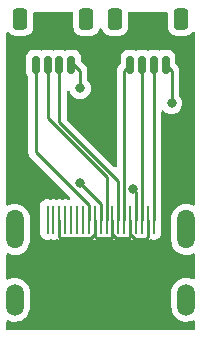
<source format=gbr>
%TF.GenerationSoftware,KiCad,Pcbnew,(6.0.5)*%
%TF.CreationDate,2022-06-07T12:47:47-06:00*%
%TF.ProjectId,15Pin_Fanout,31355069-6e5f-4466-916e-6f75742e6b69,rev?*%
%TF.SameCoordinates,Original*%
%TF.FileFunction,Copper,L1,Top*%
%TF.FilePolarity,Positive*%
%FSLAX46Y46*%
G04 Gerber Fmt 4.6, Leading zero omitted, Abs format (unit mm)*
G04 Created by KiCad (PCBNEW (6.0.5)) date 2022-06-07 12:47:47*
%MOMM*%
%LPD*%
G01*
G04 APERTURE LIST*
G04 Aperture macros list*
%AMRoundRect*
0 Rectangle with rounded corners*
0 $1 Rounding radius*
0 $2 $3 $4 $5 $6 $7 $8 $9 X,Y pos of 4 corners*
0 Add a 4 corners polygon primitive as box body*
4,1,4,$2,$3,$4,$5,$6,$7,$8,$9,$2,$3,0*
0 Add four circle primitives for the rounded corners*
1,1,$1+$1,$2,$3*
1,1,$1+$1,$4,$5*
1,1,$1+$1,$6,$7*
1,1,$1+$1,$8,$9*
0 Add four rect primitives between the rounded corners*
20,1,$1+$1,$2,$3,$4,$5,0*
20,1,$1+$1,$4,$5,$6,$7,0*
20,1,$1+$1,$6,$7,$8,$9,0*
20,1,$1+$1,$8,$9,$2,$3,0*%
G04 Aperture macros list end*
%TA.AperFunction,SMDPad,CuDef*%
%ADD10RoundRect,0.150000X0.150000X0.625000X-0.150000X0.625000X-0.150000X-0.625000X0.150000X-0.625000X0*%
%TD*%
%TA.AperFunction,SMDPad,CuDef*%
%ADD11RoundRect,0.250000X0.350000X0.650000X-0.350000X0.650000X-0.350000X-0.650000X0.350000X-0.650000X0*%
%TD*%
%TA.AperFunction,SMDPad,CuDef*%
%ADD12O,0.250000X2.400000*%
%TD*%
%TA.AperFunction,ComponentPad*%
%ADD13O,1.500000X2.700000*%
%TD*%
%TA.AperFunction,ComponentPad*%
%ADD14O,1.500000X3.300000*%
%TD*%
%TA.AperFunction,ViaPad*%
%ADD15C,0.800000*%
%TD*%
%TA.AperFunction,Conductor*%
%ADD16C,0.250000*%
%TD*%
G04 APERTURE END LIST*
D10*
%TO.P,J6,1,Pin_1*%
%TO.N,Net-(J1-Pad4)*%
X5500000Y16500000D03*
%TO.P,J6,2,Pin_2*%
%TO.N,Net-(J1-Pad1)*%
X4500000Y16500000D03*
%TO.P,J6,3,Pin_3*%
%TO.N,Net-(J1-Pad3)*%
X3500000Y16500000D03*
%TO.P,J6,4,Pin_4*%
%TO.N,Net-(J1-Pad6)*%
X2500000Y16500000D03*
D11*
%TO.P,J6,MP*%
%TO.N,N/C*%
X6800000Y20375000D03*
X1200000Y20375000D03*
%TD*%
D10*
%TO.P,J7,1,Pin_1*%
%TO.N,Net-(J1-Pad10)*%
X-2500000Y16500000D03*
%TO.P,J7,2,Pin_2*%
%TO.N,Net-(J1-Pad7)*%
X-3500000Y16500000D03*
%TO.P,J7,3,Pin_3*%
%TO.N,Net-(J1-Pad9)*%
X-4500000Y16500000D03*
%TO.P,J7,4,Pin_4*%
%TO.N,Net-(J1-Pad12)*%
X-5500000Y16500000D03*
D11*
%TO.P,J7,MP*%
%TO.N,N/C*%
X-1200000Y20375000D03*
X-6800000Y20375000D03*
%TD*%
D12*
%TO.P,J1,1,D2+*%
%TO.N,Net-(J1-Pad1)*%
X4501000Y3396000D03*
%TO.P,J1,2,D2S*%
%TO.N,GND*%
X4001000Y3396000D03*
%TO.P,J1,3,D2-*%
%TO.N,Net-(J1-Pad3)*%
X3501000Y3396000D03*
%TO.P,J1,4,D1+*%
%TO.N,Net-(J1-Pad4)*%
X3001000Y3396000D03*
%TO.P,J1,5,D1S*%
%TO.N,GND*%
X2500000Y3396000D03*
%TO.P,J1,6,D1-*%
%TO.N,Net-(J1-Pad6)*%
X2000000Y3396000D03*
%TO.P,J1,7,D0+*%
%TO.N,Net-(J1-Pad7)*%
X1500000Y3396000D03*
%TO.P,J1,8,D0S*%
%TO.N,GND*%
X1000000Y3396000D03*
%TO.P,J1,9,D0-*%
%TO.N,Net-(J1-Pad9)*%
X500000Y3396000D03*
%TO.P,J1,10,CK+*%
%TO.N,Net-(J1-Pad10)*%
X0Y3396000D03*
%TO.P,J1,11,CKS*%
%TO.N,GND*%
X-500000Y3396000D03*
%TO.P,J1,12,CK-*%
%TO.N,Net-(J1-Pad12)*%
X-1000000Y3396000D03*
%TO.P,J1,13,CEC*%
%TO.N,unconnected-(J1-Pad13)*%
X-1500000Y3396000D03*
%TO.P,J1,14,UTILITY*%
%TO.N,unconnected-(J1-Pad14)*%
X-2000000Y3396000D03*
%TO.P,J1,15,SCL*%
%TO.N,unconnected-(J1-Pad15)*%
X-2500000Y3396000D03*
%TO.P,J1,16,SDA*%
%TO.N,unconnected-(J1-Pad16)*%
X-3001000Y3396000D03*
%TO.P,J1,17,GND*%
%TO.N,GND*%
X-3501000Y3396000D03*
%TO.P,J1,18,+5V*%
%TO.N,unconnected-(J1-Pad18)*%
X-4001000Y3396000D03*
%TO.P,J1,19,HPD*%
%TO.N,unconnected-(J1-Pad19)*%
X-4501000Y3396000D03*
D13*
%TO.P,J1,20*%
%TO.N,N/C*%
X7250000Y-3396000D03*
%TO.P,J1,21*%
X-7250000Y-3396000D03*
D14*
%TO.P,J1,22*%
X7250000Y2564000D03*
%TO.P,J1,23*%
X-7250000Y2564000D03*
%TD*%
D15*
%TO.N,GND*%
X-2500000Y1000000D03*
%TO.N,Net-(J1-Pad4)*%
X2724500Y6000000D03*
X6000000Y13250000D03*
%TO.N,Net-(J1-Pad10)*%
X-1750000Y6500000D03*
X-1750000Y14500000D03*
%TD*%
D16*
%TO.N,GND*%
X-2628520Y1128520D02*
X-2500000Y1000000D01*
X-2628520Y1871480D02*
X-813803Y1871480D01*
X-2628520Y1871480D02*
X-2628520Y1128520D01*
X-3426480Y1871480D02*
X-2628520Y1871480D01*
%TO.N,Net-(J1-Pad1)*%
X4501000Y16499000D02*
X4500000Y16500000D01*
X4501000Y3396000D02*
X4501000Y16499000D01*
%TO.N,GND*%
X3805000Y1750000D02*
X2936283Y1750000D01*
X2936283Y1750000D02*
X2500000Y2186283D01*
X1000000Y1946000D02*
X925480Y1871480D01*
X2500000Y2186283D02*
X2500000Y3396000D01*
X-500000Y2185283D02*
X-500000Y3396000D01*
X-813803Y1871480D02*
X-500000Y2185283D01*
X1000000Y3396000D02*
X1000000Y1946000D01*
X-500000Y2000000D02*
X-500000Y3396000D01*
X2500000Y1946000D02*
X2425480Y1871480D01*
X2425480Y1871480D02*
X1313803Y1871480D01*
X4001000Y1946000D02*
X3805000Y1750000D01*
X-3501000Y1946000D02*
X-3426480Y1871480D01*
X1313803Y1871480D02*
X1000000Y2185283D01*
X925480Y1871480D02*
X-371480Y1871480D01*
X-3501000Y3396000D02*
X-3501000Y1946000D01*
X-371480Y1871480D02*
X-500000Y2000000D01*
X1000000Y2185283D02*
X1000000Y3396000D01*
X4001000Y3396000D02*
X4001000Y1946000D01*
X2500000Y3396000D02*
X2500000Y1946000D01*
%TO.N,Net-(J1-Pad3)*%
X3501000Y16499000D02*
X3501000Y3396000D01*
X3500000Y16500000D02*
X3501000Y16499000D01*
%TO.N,Net-(J1-Pad4)*%
X6000000Y16000000D02*
X5500000Y16500000D01*
X3001000Y3396000D02*
X3001000Y5723500D01*
X3001000Y5723500D02*
X2724500Y6000000D01*
X6000000Y13250000D02*
X6000000Y16000000D01*
%TO.N,Net-(J1-Pad6)*%
X2500000Y16500000D02*
X2000000Y16000000D01*
X2000000Y16000000D02*
X2000000Y3396000D01*
%TO.N,Net-(J1-Pad7)*%
X-3500000Y11635718D02*
X1500000Y6635718D01*
X-3500000Y16500000D02*
X-3500000Y11635718D01*
X1500000Y6635718D02*
X1500000Y3396000D01*
%TO.N,Net-(J1-Pad9)*%
X500000Y7000000D02*
X500000Y3396000D01*
X-4500000Y12000000D02*
X500000Y7000000D01*
X-4500000Y16500000D02*
X-4500000Y12000000D01*
%TO.N,Net-(J1-Pad10)*%
X0Y3396000D02*
X0Y4750000D01*
X0Y4750000D02*
X-1750000Y6500000D01*
X-1750000Y14500000D02*
X-1750000Y16000000D01*
X-2250000Y16500000D02*
X-2500000Y16500000D01*
X-1750000Y16000000D02*
X-2250000Y16500000D01*
%TO.N,Net-(J1-Pad12)*%
X-5500000Y16500000D02*
X-5500000Y9106717D01*
X-1000000Y4606717D02*
X-1000000Y3396000D01*
X-5500000Y9106717D02*
X-1000000Y4606717D01*
%TD*%
%TA.AperFunction,Conductor*%
%TO.N,GND*%
G36*
X-2366379Y20971498D02*
G01*
X-2319886Y20917842D01*
X-2308500Y20865500D01*
X-2308500Y19674600D01*
X-2308163Y19671354D01*
X-2308163Y19671350D01*
X-2299792Y19590678D01*
X-2297526Y19568834D01*
X-2241550Y19401054D01*
X-2148478Y19250652D01*
X-2023303Y19125695D01*
X-2017073Y19121855D01*
X-2017072Y19121854D01*
X-1879910Y19037306D01*
X-1872738Y19032885D01*
X-1792995Y19006436D01*
X-1711389Y18979368D01*
X-1711387Y18979368D01*
X-1704861Y18977203D01*
X-1698025Y18976503D01*
X-1698022Y18976502D01*
X-1654969Y18972091D01*
X-1600400Y18966500D01*
X-799600Y18966500D01*
X-796354Y18966837D01*
X-796350Y18966837D01*
X-700692Y18976762D01*
X-700688Y18976763D01*
X-693834Y18977474D01*
X-687298Y18979655D01*
X-687296Y18979655D01*
X-555194Y19023728D01*
X-526054Y19033450D01*
X-375652Y19126522D01*
X-250695Y19251697D01*
X-205492Y19325030D01*
X-161725Y19396032D01*
X-161724Y19396034D01*
X-157885Y19402262D01*
X-119624Y19517615D01*
X-79195Y19575974D01*
X-13631Y19603211D01*
X56251Y19590678D01*
X108263Y19542353D01*
X119491Y19517824D01*
X155729Y19409209D01*
X158450Y19401054D01*
X251522Y19250652D01*
X376697Y19125695D01*
X382927Y19121855D01*
X382928Y19121854D01*
X520090Y19037306D01*
X527262Y19032885D01*
X607005Y19006436D01*
X688611Y18979368D01*
X688613Y18979368D01*
X695139Y18977203D01*
X701975Y18976503D01*
X701978Y18976502D01*
X745031Y18972091D01*
X799600Y18966500D01*
X1600400Y18966500D01*
X1603646Y18966837D01*
X1603650Y18966837D01*
X1699308Y18976762D01*
X1699312Y18976763D01*
X1706166Y18977474D01*
X1712702Y18979655D01*
X1712704Y18979655D01*
X1844806Y19023728D01*
X1873946Y19033450D01*
X2024348Y19126522D01*
X2149305Y19251697D01*
X2194508Y19325030D01*
X2238275Y19396032D01*
X2238276Y19396034D01*
X2242115Y19402262D01*
X2297797Y19570139D01*
X2299902Y19590678D01*
X2308172Y19671402D01*
X2308500Y19674600D01*
X2308500Y20865500D01*
X2328502Y20933621D01*
X2382158Y20980114D01*
X2434500Y20991500D01*
X5565500Y20991500D01*
X5633621Y20971498D01*
X5680114Y20917842D01*
X5691500Y20865500D01*
X5691500Y19674600D01*
X5691837Y19671354D01*
X5691837Y19671350D01*
X5700208Y19590678D01*
X5702474Y19568834D01*
X5758450Y19401054D01*
X5851522Y19250652D01*
X5976697Y19125695D01*
X5982927Y19121855D01*
X5982928Y19121854D01*
X6120090Y19037306D01*
X6127262Y19032885D01*
X6207005Y19006436D01*
X6288611Y18979368D01*
X6288613Y18979368D01*
X6295139Y18977203D01*
X6301975Y18976503D01*
X6301978Y18976502D01*
X6345031Y18972091D01*
X6399600Y18966500D01*
X7200400Y18966500D01*
X7203646Y18966837D01*
X7203650Y18966837D01*
X7299308Y18976762D01*
X7299312Y18976763D01*
X7306166Y18977474D01*
X7312702Y18979655D01*
X7312704Y18979655D01*
X7444806Y19023728D01*
X7473946Y19033450D01*
X7624348Y19126522D01*
X7749305Y19251697D01*
X7758241Y19266193D01*
X7811013Y19313686D01*
X7881085Y19325108D01*
X7946208Y19296834D01*
X7985708Y19237840D01*
X7991500Y19200076D01*
X7991500Y4705927D01*
X7971498Y4637806D01*
X7917842Y4591313D01*
X7847568Y4581209D01*
X7814855Y4590554D01*
X7658180Y4659330D01*
X7658167Y4659335D01*
X7653033Y4661588D01*
X7647582Y4662897D01*
X7647578Y4662898D01*
X7440046Y4712722D01*
X7440045Y4712722D01*
X7434589Y4714032D01*
X7350525Y4718879D01*
X7215917Y4726640D01*
X7215914Y4726640D01*
X7210310Y4726963D01*
X6987285Y4699975D01*
X6772565Y4633918D01*
X6767585Y4631348D01*
X6767581Y4631346D01*
X6626850Y4558709D01*
X6572936Y4530882D01*
X6394708Y4394123D01*
X6243515Y4227964D01*
X6124136Y4037656D01*
X6040344Y3829217D01*
X5994787Y3609233D01*
X5991500Y3552225D01*
X5991500Y1607001D01*
X5991749Y1604214D01*
X5991749Y1604208D01*
X5998009Y1534071D01*
X6006383Y1440238D01*
X6065663Y1223549D01*
X6162378Y1020782D01*
X6293471Y838346D01*
X6454799Y682008D01*
X6641262Y556710D01*
X6846967Y466412D01*
X6852418Y465103D01*
X6852422Y465102D01*
X7025503Y423549D01*
X7065411Y413968D01*
X7149475Y409121D01*
X7284083Y401360D01*
X7284086Y401360D01*
X7289690Y401037D01*
X7512715Y428025D01*
X7727435Y494082D01*
X7732415Y496652D01*
X7732419Y496654D01*
X7807710Y535515D01*
X7877417Y548984D01*
X7943341Y522629D01*
X7984550Y464816D01*
X7991500Y423549D01*
X7991500Y-1554073D01*
X7971498Y-1622194D01*
X7917842Y-1668687D01*
X7847568Y-1678791D01*
X7814855Y-1669446D01*
X7658180Y-1600670D01*
X7658167Y-1600665D01*
X7653033Y-1598412D01*
X7647582Y-1597103D01*
X7647578Y-1597102D01*
X7440046Y-1547278D01*
X7440045Y-1547278D01*
X7434589Y-1545968D01*
X7350525Y-1541121D01*
X7215917Y-1533360D01*
X7215914Y-1533360D01*
X7210310Y-1533037D01*
X6987285Y-1560025D01*
X6772565Y-1626082D01*
X6767585Y-1628652D01*
X6767581Y-1628654D01*
X6577919Y-1726546D01*
X6572936Y-1729118D01*
X6394708Y-1865877D01*
X6243515Y-2032036D01*
X6124136Y-2222344D01*
X6040344Y-2430783D01*
X5994787Y-2650767D01*
X5991500Y-2707775D01*
X5991500Y-4052999D01*
X5991749Y-4055786D01*
X5991749Y-4055792D01*
X5998009Y-4125929D01*
X6006383Y-4219762D01*
X6065663Y-4436451D01*
X6162378Y-4639218D01*
X6293471Y-4821654D01*
X6454799Y-4977992D01*
X6641262Y-5103290D01*
X6846967Y-5193588D01*
X6852418Y-5194897D01*
X6852422Y-5194898D01*
X7025503Y-5236451D01*
X7065411Y-5246032D01*
X7149475Y-5250879D01*
X7284083Y-5258640D01*
X7284086Y-5258640D01*
X7289690Y-5258963D01*
X7512715Y-5231975D01*
X7727435Y-5165918D01*
X7732415Y-5163348D01*
X7732419Y-5163346D01*
X7807710Y-5124485D01*
X7877417Y-5111016D01*
X7943341Y-5137371D01*
X7984550Y-5195184D01*
X7991500Y-5236451D01*
X7991500Y-5865500D01*
X7971498Y-5933621D01*
X7917842Y-5980114D01*
X7865500Y-5991500D01*
X-7865500Y-5991500D01*
X-7933621Y-5971498D01*
X-7980114Y-5917842D01*
X-7991500Y-5865500D01*
X-7991500Y-5237927D01*
X-7971498Y-5169806D01*
X-7917842Y-5123313D01*
X-7847568Y-5113209D01*
X-7814855Y-5122554D01*
X-7658180Y-5191330D01*
X-7658167Y-5191335D01*
X-7653033Y-5193588D01*
X-7647582Y-5194897D01*
X-7647578Y-5194898D01*
X-7474497Y-5236451D01*
X-7434589Y-5246032D01*
X-7350525Y-5250879D01*
X-7215917Y-5258640D01*
X-7215914Y-5258640D01*
X-7210310Y-5258963D01*
X-6987285Y-5231975D01*
X-6772565Y-5165918D01*
X-6767585Y-5163348D01*
X-6767581Y-5163346D01*
X-6577919Y-5065454D01*
X-6577918Y-5065454D01*
X-6572936Y-5062882D01*
X-6394708Y-4926123D01*
X-6243515Y-4759964D01*
X-6124136Y-4569656D01*
X-6040344Y-4361217D01*
X-5994787Y-4141233D01*
X-5991500Y-4084225D01*
X-5991500Y-2739001D01*
X-5994449Y-2705952D01*
X-6005884Y-2577833D01*
X-6006383Y-2572238D01*
X-6065663Y-2355549D01*
X-6162378Y-2152782D01*
X-6293471Y-1970346D01*
X-6454799Y-1814008D01*
X-6641262Y-1688710D01*
X-6846967Y-1598412D01*
X-6852418Y-1597103D01*
X-6852422Y-1597102D01*
X-7059954Y-1547278D01*
X-7059955Y-1547278D01*
X-7065411Y-1545968D01*
X-7149475Y-1541121D01*
X-7284083Y-1533360D01*
X-7284086Y-1533360D01*
X-7289690Y-1533037D01*
X-7512715Y-1560025D01*
X-7727435Y-1626082D01*
X-7732415Y-1628652D01*
X-7732419Y-1628654D01*
X-7807710Y-1667515D01*
X-7877417Y-1680984D01*
X-7943341Y-1654629D01*
X-7984550Y-1596816D01*
X-7991500Y-1555549D01*
X-7991500Y422073D01*
X-7971498Y490194D01*
X-7917842Y536687D01*
X-7847568Y546791D01*
X-7814855Y537446D01*
X-7658180Y468670D01*
X-7658167Y468665D01*
X-7653033Y466412D01*
X-7647582Y465103D01*
X-7647578Y465102D01*
X-7474497Y423549D01*
X-7434589Y413968D01*
X-7350525Y409121D01*
X-7215917Y401360D01*
X-7215914Y401360D01*
X-7210310Y401037D01*
X-6987285Y428025D01*
X-6772565Y494082D01*
X-6767585Y496652D01*
X-6767581Y496654D01*
X-6577919Y594546D01*
X-6577918Y594546D01*
X-6572936Y597118D01*
X-6394708Y733877D01*
X-6243515Y900036D01*
X-6124136Y1090344D01*
X-6040344Y1298783D01*
X-5994787Y1518767D01*
X-5991500Y1575775D01*
X-5991500Y3520999D01*
X-5994449Y3554048D01*
X-6005884Y3682167D01*
X-6006383Y3687762D01*
X-6065663Y3904451D01*
X-6162378Y4107218D01*
X-6293471Y4289654D01*
X-6454799Y4445992D01*
X-6641262Y4571290D01*
X-6846967Y4661588D01*
X-6852418Y4662897D01*
X-6852422Y4662898D01*
X-7059954Y4712722D01*
X-7059955Y4712722D01*
X-7065411Y4714032D01*
X-7149475Y4718879D01*
X-7284083Y4726640D01*
X-7284086Y4726640D01*
X-7289690Y4726963D01*
X-7512715Y4699975D01*
X-7727435Y4633918D01*
X-7732415Y4631348D01*
X-7732419Y4631346D01*
X-7807710Y4592485D01*
X-7877417Y4579016D01*
X-7943341Y4605371D01*
X-7984550Y4663184D01*
X-7991500Y4704451D01*
X-7991500Y15808498D01*
X-6308500Y15808498D01*
X-6305562Y15771169D01*
X-6259145Y15611399D01*
X-6255108Y15604573D01*
X-6178491Y15475020D01*
X-6178489Y15475017D01*
X-6174453Y15468193D01*
X-6168845Y15462585D01*
X-6163989Y15456325D01*
X-6165496Y15455156D01*
X-6136379Y15401833D01*
X-6133500Y15375050D01*
X-6133500Y9185484D01*
X-6134027Y9174301D01*
X-6135702Y9166808D01*
X-6135453Y9158882D01*
X-6135453Y9158881D01*
X-6133562Y9098731D01*
X-6133500Y9094772D01*
X-6133500Y9066861D01*
X-6133003Y9062927D01*
X-6133003Y9062926D01*
X-6132995Y9062861D01*
X-6132062Y9051024D01*
X-6130673Y9006828D01*
X-6125022Y8987378D01*
X-6121013Y8968017D01*
X-6118474Y8947920D01*
X-6115555Y8940549D01*
X-6115555Y8940547D01*
X-6102196Y8906805D01*
X-6098351Y8895575D01*
X-6086018Y8853124D01*
X-6081985Y8846305D01*
X-6081983Y8846300D01*
X-6075707Y8835689D01*
X-6067012Y8817941D01*
X-6059552Y8799100D01*
X-6054890Y8792684D01*
X-6054890Y8792683D01*
X-6033564Y8763330D01*
X-6027048Y8753410D01*
X-6004542Y8715355D01*
X-5990221Y8701034D01*
X-5977381Y8686001D01*
X-5965472Y8669610D01*
X-5959366Y8664559D01*
X-5931395Y8641419D01*
X-5922616Y8633429D01*
X-2589756Y5300568D01*
X-2555730Y5238256D01*
X-2560795Y5167440D01*
X-2603342Y5110605D01*
X-2639910Y5091642D01*
X-2706139Y5070123D01*
X-2777106Y5068097D01*
X-2790317Y5072896D01*
X-2796509Y5074908D01*
X-2803682Y5078283D01*
X-2935305Y5103391D01*
X-2953121Y5106790D01*
X-2953122Y5106790D01*
X-2960906Y5108275D01*
X-3049400Y5102708D01*
X-3112738Y5098723D01*
X-3112740Y5098723D01*
X-3120650Y5098225D01*
X-3207241Y5070090D01*
X-3278206Y5068062D01*
X-3289110Y5072023D01*
X-3289124Y5071979D01*
X-3311622Y5079289D01*
X-3453152Y5106287D01*
X-3468849Y5107274D01*
X-3612643Y5098228D01*
X-3628093Y5095281D01*
X-3705884Y5070005D01*
X-3776852Y5067978D01*
X-3791038Y5073130D01*
X-3796508Y5074907D01*
X-3803682Y5078283D01*
X-3935305Y5103391D01*
X-3953121Y5106790D01*
X-3953122Y5106790D01*
X-3960906Y5108275D01*
X-4049400Y5102708D01*
X-4112738Y5098723D01*
X-4112740Y5098723D01*
X-4120650Y5098225D01*
X-4128186Y5095776D01*
X-4128188Y5095776D01*
X-4129711Y5095281D01*
X-4201291Y5072023D01*
X-4206545Y5070316D01*
X-4277512Y5068288D01*
X-4289184Y5072528D01*
X-4296512Y5074909D01*
X-4303682Y5078283D01*
X-4311465Y5079768D01*
X-4311466Y5079768D01*
X-4453121Y5106790D01*
X-4453122Y5106790D01*
X-4460906Y5108275D01*
X-4549400Y5102708D01*
X-4612738Y5098723D01*
X-4612740Y5098723D01*
X-4620650Y5098225D01*
X-4628186Y5095776D01*
X-4628188Y5095776D01*
X-4765333Y5051215D01*
X-4765336Y5051214D01*
X-4772875Y5048764D01*
X-4908018Y4963000D01*
X-5017586Y4846321D01*
X-5094695Y4706060D01*
X-5134500Y4551030D01*
X-5134500Y2281144D01*
X-5119474Y2162203D01*
X-5060552Y2013383D01*
X-4966472Y1883893D01*
X-4843144Y1781867D01*
X-4835977Y1778494D01*
X-4835973Y1778492D01*
X-4773879Y1749274D01*
X-4698318Y1713717D01*
X-4593778Y1693775D01*
X-4551515Y1685713D01*
X-4541094Y1683725D01*
X-4452600Y1689292D01*
X-4389262Y1693277D01*
X-4389260Y1693277D01*
X-4381350Y1693775D01*
X-4373814Y1696224D01*
X-4373812Y1696224D01*
X-4305248Y1718502D01*
X-4295455Y1721684D01*
X-4224488Y1723712D01*
X-4212816Y1719472D01*
X-4205488Y1717091D01*
X-4198318Y1713717D01*
X-4190535Y1712232D01*
X-4190534Y1712232D01*
X-4048879Y1685210D01*
X-4041094Y1683725D01*
X-3952600Y1689292D01*
X-3889262Y1693277D01*
X-3889260Y1693277D01*
X-3881350Y1693775D01*
X-3794759Y1721910D01*
X-3723794Y1723938D01*
X-3712890Y1719977D01*
X-3712876Y1720021D01*
X-3690378Y1712711D01*
X-3548848Y1685713D01*
X-3533151Y1684726D01*
X-3389357Y1693772D01*
X-3373907Y1696719D01*
X-3296116Y1721995D01*
X-3225148Y1724022D01*
X-3210962Y1718870D01*
X-3205492Y1717093D01*
X-3198318Y1713717D01*
X-3093778Y1693775D01*
X-3051515Y1685713D01*
X-3041094Y1683725D01*
X-2952600Y1689292D01*
X-2889262Y1693277D01*
X-2889260Y1693277D01*
X-2881350Y1693775D01*
X-2873814Y1696224D01*
X-2873812Y1696224D01*
X-2794863Y1721876D01*
X-2723895Y1723903D01*
X-2710687Y1719105D01*
X-2704489Y1717092D01*
X-2697318Y1713717D01*
X-2592778Y1693775D01*
X-2550515Y1685713D01*
X-2540094Y1683725D01*
X-2451600Y1689292D01*
X-2388262Y1693277D01*
X-2388260Y1693277D01*
X-2380350Y1693775D01*
X-2372814Y1696224D01*
X-2372812Y1696224D01*
X-2304248Y1718502D01*
X-2294455Y1721684D01*
X-2223488Y1723712D01*
X-2211816Y1719472D01*
X-2204488Y1717091D01*
X-2197318Y1713717D01*
X-2189535Y1712232D01*
X-2189534Y1712232D01*
X-2047879Y1685210D01*
X-2040094Y1683725D01*
X-1951600Y1689292D01*
X-1888262Y1693277D01*
X-1888260Y1693277D01*
X-1880350Y1693775D01*
X-1872814Y1696224D01*
X-1872812Y1696224D01*
X-1804248Y1718502D01*
X-1794455Y1721684D01*
X-1723488Y1723712D01*
X-1711816Y1719472D01*
X-1704488Y1717091D01*
X-1697318Y1713717D01*
X-1689535Y1712232D01*
X-1689534Y1712232D01*
X-1547879Y1685210D01*
X-1540094Y1683725D01*
X-1451600Y1689292D01*
X-1388262Y1693277D01*
X-1388260Y1693277D01*
X-1380350Y1693775D01*
X-1372814Y1696224D01*
X-1372812Y1696224D01*
X-1304248Y1718502D01*
X-1294455Y1721684D01*
X-1223488Y1723712D01*
X-1211816Y1719472D01*
X-1204488Y1717091D01*
X-1197318Y1713717D01*
X-1189535Y1712232D01*
X-1189534Y1712232D01*
X-1047879Y1685210D01*
X-1040094Y1683725D01*
X-951600Y1689292D01*
X-888262Y1693277D01*
X-888260Y1693277D01*
X-880350Y1693775D01*
X-793759Y1721910D01*
X-722794Y1723938D01*
X-711890Y1719977D01*
X-711876Y1720021D01*
X-689378Y1712711D01*
X-547848Y1685713D01*
X-532151Y1684726D01*
X-388357Y1693772D01*
X-372907Y1696719D01*
X-295116Y1721995D01*
X-224148Y1724022D01*
X-209962Y1718870D01*
X-204492Y1717093D01*
X-197318Y1713717D01*
X-92778Y1693775D01*
X-50515Y1685713D01*
X-40094Y1683725D01*
X48400Y1689292D01*
X111738Y1693277D01*
X111740Y1693277D01*
X119650Y1693775D01*
X127186Y1696224D01*
X127188Y1696224D01*
X195752Y1718502D01*
X205545Y1721684D01*
X276512Y1723712D01*
X288184Y1719472D01*
X295512Y1717091D01*
X302682Y1713717D01*
X310465Y1712232D01*
X310466Y1712232D01*
X452121Y1685210D01*
X459906Y1683725D01*
X548400Y1689292D01*
X611738Y1693277D01*
X611740Y1693277D01*
X619650Y1693775D01*
X706241Y1721910D01*
X777206Y1723938D01*
X788110Y1719977D01*
X788124Y1720021D01*
X810622Y1712711D01*
X952152Y1685713D01*
X967849Y1684726D01*
X1111643Y1693772D01*
X1127093Y1696719D01*
X1204884Y1721995D01*
X1275852Y1724022D01*
X1290038Y1718870D01*
X1295508Y1717093D01*
X1302682Y1713717D01*
X1407222Y1693775D01*
X1449485Y1685713D01*
X1459906Y1683725D01*
X1548400Y1689292D01*
X1611738Y1693277D01*
X1611740Y1693277D01*
X1619650Y1693775D01*
X1627186Y1696224D01*
X1627188Y1696224D01*
X1695752Y1718502D01*
X1705545Y1721684D01*
X1776512Y1723712D01*
X1788184Y1719472D01*
X1795512Y1717091D01*
X1802682Y1713717D01*
X1810465Y1712232D01*
X1810466Y1712232D01*
X1952121Y1685210D01*
X1959906Y1683725D01*
X2048400Y1689292D01*
X2111738Y1693277D01*
X2111740Y1693277D01*
X2119650Y1693775D01*
X2206241Y1721910D01*
X2277206Y1723938D01*
X2288110Y1719977D01*
X2288124Y1720021D01*
X2310622Y1712711D01*
X2452152Y1685713D01*
X2467849Y1684726D01*
X2611643Y1693772D01*
X2627093Y1696719D01*
X2705476Y1722187D01*
X2776444Y1724214D01*
X2792172Y1718502D01*
X2796506Y1717094D01*
X2803682Y1713717D01*
X2908222Y1693775D01*
X2950485Y1685713D01*
X2960906Y1683725D01*
X3049400Y1689292D01*
X3112738Y1693277D01*
X3112740Y1693277D01*
X3120650Y1693775D01*
X3128186Y1696224D01*
X3128188Y1696224D01*
X3196752Y1718502D01*
X3206545Y1721684D01*
X3277512Y1723712D01*
X3289184Y1719472D01*
X3296512Y1717091D01*
X3303682Y1713717D01*
X3311465Y1712232D01*
X3311466Y1712232D01*
X3453121Y1685210D01*
X3460906Y1683725D01*
X3549400Y1689292D01*
X3612738Y1693277D01*
X3612740Y1693277D01*
X3620650Y1693775D01*
X3707241Y1721910D01*
X3778206Y1723938D01*
X3789110Y1719977D01*
X3789124Y1720021D01*
X3811622Y1712711D01*
X3953152Y1685713D01*
X3968849Y1684726D01*
X4112643Y1693772D01*
X4128093Y1696719D01*
X4205884Y1721995D01*
X4276852Y1724022D01*
X4291038Y1718870D01*
X4296508Y1717093D01*
X4303682Y1713717D01*
X4408222Y1693775D01*
X4450485Y1685713D01*
X4460906Y1683725D01*
X4549400Y1689292D01*
X4612738Y1693277D01*
X4612740Y1693277D01*
X4620650Y1693775D01*
X4628186Y1696224D01*
X4628188Y1696224D01*
X4765333Y1740785D01*
X4765336Y1740786D01*
X4772875Y1743236D01*
X4908018Y1829000D01*
X5017586Y1945679D01*
X5094695Y2085940D01*
X5134500Y2240970D01*
X5134500Y12525263D01*
X5154502Y12593384D01*
X5208158Y12639877D01*
X5278432Y12649981D01*
X5343012Y12620487D01*
X5354132Y12609578D01*
X5388747Y12571134D01*
X5543248Y12458882D01*
X5549276Y12456198D01*
X5549278Y12456197D01*
X5711681Y12383891D01*
X5717712Y12381206D01*
X5811112Y12361353D01*
X5898056Y12342872D01*
X5898061Y12342872D01*
X5904513Y12341500D01*
X6095487Y12341500D01*
X6101939Y12342872D01*
X6101944Y12342872D01*
X6188888Y12361353D01*
X6282288Y12381206D01*
X6288319Y12383891D01*
X6450722Y12456197D01*
X6450724Y12456198D01*
X6456752Y12458882D01*
X6611253Y12571134D01*
X6631287Y12593384D01*
X6734621Y12708148D01*
X6734622Y12708149D01*
X6739040Y12713056D01*
X6834527Y12878444D01*
X6893542Y13060072D01*
X6913504Y13250000D01*
X6893542Y13439928D01*
X6834527Y13621556D01*
X6827406Y13633891D01*
X6784109Y13708882D01*
X6739040Y13786944D01*
X6665863Y13868215D01*
X6635147Y13932221D01*
X6633500Y13952524D01*
X6633500Y15921232D01*
X6634027Y15932415D01*
X6635702Y15939908D01*
X6634567Y15976039D01*
X6633562Y16007998D01*
X6633500Y16011956D01*
X6633500Y16039856D01*
X6632996Y16043847D01*
X6632063Y16055689D01*
X6631548Y16072101D01*
X6630674Y16099889D01*
X6628462Y16107503D01*
X6628461Y16107508D01*
X6625023Y16119341D01*
X6621012Y16138705D01*
X6619467Y16150936D01*
X6618474Y16158797D01*
X6615557Y16166164D01*
X6615556Y16166169D01*
X6602198Y16199908D01*
X6598354Y16211135D01*
X6593633Y16227384D01*
X6586018Y16253593D01*
X6575707Y16271028D01*
X6567012Y16288776D01*
X6559552Y16307617D01*
X6533564Y16343387D01*
X6527048Y16353307D01*
X6508580Y16384535D01*
X6508578Y16384538D01*
X6504542Y16391362D01*
X6490221Y16405683D01*
X6477380Y16420717D01*
X6470132Y16430693D01*
X6465472Y16437107D01*
X6459136Y16442349D01*
X6431402Y16465292D01*
X6422622Y16473282D01*
X6345405Y16550499D01*
X6311379Y16612811D01*
X6308500Y16639594D01*
X6308500Y17191502D01*
X6305562Y17228831D01*
X6259145Y17388601D01*
X6242107Y17417411D01*
X6178491Y17524980D01*
X6178489Y17524983D01*
X6174453Y17531807D01*
X6056807Y17649453D01*
X6049983Y17653489D01*
X6049980Y17653491D01*
X5920427Y17730108D01*
X5920425Y17730109D01*
X5913601Y17734145D01*
X5905990Y17736356D01*
X5905988Y17736357D01*
X5853769Y17751528D01*
X5753831Y17780562D01*
X5747426Y17781066D01*
X5747421Y17781067D01*
X5718958Y17783307D01*
X5718950Y17783307D01*
X5716502Y17783500D01*
X5283498Y17783500D01*
X5281050Y17783307D01*
X5281042Y17783307D01*
X5252579Y17781067D01*
X5252574Y17781066D01*
X5246169Y17780562D01*
X5146231Y17751528D01*
X5094012Y17736357D01*
X5094010Y17736356D01*
X5086399Y17734145D01*
X5079576Y17730110D01*
X5079574Y17730109D01*
X5064137Y17720980D01*
X4995321Y17703522D01*
X4935863Y17720980D01*
X4920426Y17730109D01*
X4920424Y17730110D01*
X4913601Y17734145D01*
X4905990Y17736356D01*
X4905988Y17736357D01*
X4853769Y17751528D01*
X4753831Y17780562D01*
X4747426Y17781066D01*
X4747421Y17781067D01*
X4718958Y17783307D01*
X4718950Y17783307D01*
X4716502Y17783500D01*
X4283498Y17783500D01*
X4281050Y17783307D01*
X4281042Y17783307D01*
X4252579Y17781067D01*
X4252574Y17781066D01*
X4246169Y17780562D01*
X4146231Y17751528D01*
X4094012Y17736357D01*
X4094010Y17736356D01*
X4086399Y17734145D01*
X4079576Y17730110D01*
X4079574Y17730109D01*
X4064137Y17720980D01*
X3995321Y17703522D01*
X3935863Y17720980D01*
X3920426Y17730109D01*
X3920424Y17730110D01*
X3913601Y17734145D01*
X3905990Y17736356D01*
X3905988Y17736357D01*
X3853769Y17751528D01*
X3753831Y17780562D01*
X3747426Y17781066D01*
X3747421Y17781067D01*
X3718958Y17783307D01*
X3718950Y17783307D01*
X3716502Y17783500D01*
X3283498Y17783500D01*
X3281050Y17783307D01*
X3281042Y17783307D01*
X3252579Y17781067D01*
X3252574Y17781066D01*
X3246169Y17780562D01*
X3146231Y17751528D01*
X3094012Y17736357D01*
X3094010Y17736356D01*
X3086399Y17734145D01*
X3079576Y17730110D01*
X3079574Y17730109D01*
X3064137Y17720980D01*
X2995321Y17703522D01*
X2935863Y17720980D01*
X2920426Y17730109D01*
X2920424Y17730110D01*
X2913601Y17734145D01*
X2905990Y17736356D01*
X2905988Y17736357D01*
X2853769Y17751528D01*
X2753831Y17780562D01*
X2747426Y17781066D01*
X2747421Y17781067D01*
X2718958Y17783307D01*
X2718950Y17783307D01*
X2716502Y17783500D01*
X2283498Y17783500D01*
X2281050Y17783307D01*
X2281042Y17783307D01*
X2252579Y17781067D01*
X2252574Y17781066D01*
X2246169Y17780562D01*
X2146231Y17751528D01*
X2094012Y17736357D01*
X2094010Y17736356D01*
X2086399Y17734145D01*
X2079575Y17730109D01*
X2079573Y17730108D01*
X1950020Y17653491D01*
X1950017Y17653489D01*
X1943193Y17649453D01*
X1825547Y17531807D01*
X1821511Y17524983D01*
X1821509Y17524980D01*
X1757893Y17417411D01*
X1740855Y17388601D01*
X1694438Y17228831D01*
X1691500Y17191502D01*
X1691500Y16639595D01*
X1671498Y16571474D01*
X1654595Y16550500D01*
X1607747Y16503652D01*
X1599461Y16496112D01*
X1592982Y16492000D01*
X1587557Y16486223D01*
X1546357Y16442349D01*
X1543602Y16439507D01*
X1523865Y16419770D01*
X1521385Y16416573D01*
X1513682Y16407553D01*
X1483414Y16375321D01*
X1479595Y16368375D01*
X1479593Y16368372D01*
X1473652Y16357566D01*
X1462801Y16341047D01*
X1450386Y16325041D01*
X1447241Y16317772D01*
X1447238Y16317768D01*
X1432826Y16284463D01*
X1427609Y16273813D01*
X1406305Y16235060D01*
X1404334Y16227385D01*
X1404334Y16227384D01*
X1401267Y16215438D01*
X1394863Y16196734D01*
X1386819Y16178145D01*
X1385580Y16170322D01*
X1385577Y16170312D01*
X1379901Y16134476D01*
X1377495Y16122856D01*
X1366500Y16080030D01*
X1366500Y16059776D01*
X1364949Y16040066D01*
X1361780Y16020057D01*
X1362526Y16012165D01*
X1365941Y15976039D01*
X1366500Y15964181D01*
X1366500Y7969312D01*
X1346498Y7901191D01*
X1292842Y7854698D01*
X1222568Y7844594D01*
X1157988Y7874088D01*
X1151405Y7880217D01*
X-2829595Y11861218D01*
X-2863621Y11923530D01*
X-2866500Y11950313D01*
X-2866500Y14200735D01*
X-2846498Y14268856D01*
X-2792842Y14315349D01*
X-2722568Y14325453D01*
X-2657988Y14295959D01*
X-2620667Y14239671D01*
X-2584527Y14128444D01*
X-2489040Y13963056D01*
X-2361253Y13821134D01*
X-2206752Y13708882D01*
X-2200724Y13706198D01*
X-2200722Y13706197D01*
X-2038319Y13633891D01*
X-2032288Y13631206D01*
X-1957320Y13615271D01*
X-1851944Y13592872D01*
X-1851939Y13592872D01*
X-1845487Y13591500D01*
X-1654513Y13591500D01*
X-1648061Y13592872D01*
X-1648056Y13592872D01*
X-1542680Y13615271D01*
X-1467712Y13631206D01*
X-1461681Y13633891D01*
X-1299278Y13706197D01*
X-1299276Y13706198D01*
X-1293248Y13708882D01*
X-1138747Y13821134D01*
X-1010960Y13963056D01*
X-915473Y14128444D01*
X-856458Y14310072D01*
X-836496Y14500000D01*
X-856458Y14689928D01*
X-915473Y14871556D01*
X-1010960Y15036944D01*
X-1084137Y15118215D01*
X-1114853Y15182221D01*
X-1116500Y15202524D01*
X-1116500Y15921232D01*
X-1115973Y15932415D01*
X-1114298Y15939908D01*
X-1115433Y15976039D01*
X-1116438Y16007998D01*
X-1116500Y16011956D01*
X-1116500Y16039856D01*
X-1117004Y16043847D01*
X-1117937Y16055689D01*
X-1118452Y16072101D01*
X-1119326Y16099889D01*
X-1121538Y16107503D01*
X-1121539Y16107508D01*
X-1124977Y16119341D01*
X-1128988Y16138705D01*
X-1130533Y16150936D01*
X-1131526Y16158797D01*
X-1134443Y16166164D01*
X-1134444Y16166169D01*
X-1147802Y16199908D01*
X-1151646Y16211135D01*
X-1156367Y16227384D01*
X-1163982Y16253593D01*
X-1174293Y16271028D01*
X-1182988Y16288776D01*
X-1190448Y16307617D01*
X-1216436Y16343387D01*
X-1222952Y16353307D01*
X-1241420Y16384535D01*
X-1241422Y16384538D01*
X-1245458Y16391362D01*
X-1259779Y16405683D01*
X-1272620Y16420717D01*
X-1279868Y16430693D01*
X-1284528Y16437107D01*
X-1318593Y16465288D01*
X-1327374Y16473278D01*
X-1654596Y16800501D01*
X-1688621Y16862813D01*
X-1691500Y16889596D01*
X-1691500Y17191502D01*
X-1694438Y17228831D01*
X-1740855Y17388601D01*
X-1757893Y17417411D01*
X-1821509Y17524980D01*
X-1821511Y17524983D01*
X-1825547Y17531807D01*
X-1943193Y17649453D01*
X-1950017Y17653489D01*
X-1950020Y17653491D01*
X-2079573Y17730108D01*
X-2079575Y17730109D01*
X-2086399Y17734145D01*
X-2094010Y17736356D01*
X-2094012Y17736357D01*
X-2146231Y17751528D01*
X-2246169Y17780562D01*
X-2252574Y17781066D01*
X-2252579Y17781067D01*
X-2281042Y17783307D01*
X-2281050Y17783307D01*
X-2283498Y17783500D01*
X-2716502Y17783500D01*
X-2718950Y17783307D01*
X-2718958Y17783307D01*
X-2747421Y17781067D01*
X-2747426Y17781066D01*
X-2753831Y17780562D01*
X-2853769Y17751528D01*
X-2905988Y17736357D01*
X-2905990Y17736356D01*
X-2913601Y17734145D01*
X-2920424Y17730110D01*
X-2920426Y17730109D01*
X-2935863Y17720980D01*
X-3004679Y17703522D01*
X-3064137Y17720980D01*
X-3079574Y17730109D01*
X-3079576Y17730110D01*
X-3086399Y17734145D01*
X-3094010Y17736356D01*
X-3094012Y17736357D01*
X-3146231Y17751528D01*
X-3246169Y17780562D01*
X-3252574Y17781066D01*
X-3252579Y17781067D01*
X-3281042Y17783307D01*
X-3281050Y17783307D01*
X-3283498Y17783500D01*
X-3716502Y17783500D01*
X-3718950Y17783307D01*
X-3718958Y17783307D01*
X-3747421Y17781067D01*
X-3747426Y17781066D01*
X-3753831Y17780562D01*
X-3853769Y17751528D01*
X-3905988Y17736357D01*
X-3905990Y17736356D01*
X-3913601Y17734145D01*
X-3920424Y17730110D01*
X-3920426Y17730109D01*
X-3935863Y17720980D01*
X-4004679Y17703522D01*
X-4064137Y17720980D01*
X-4079574Y17730109D01*
X-4079576Y17730110D01*
X-4086399Y17734145D01*
X-4094010Y17736356D01*
X-4094012Y17736357D01*
X-4146231Y17751528D01*
X-4246169Y17780562D01*
X-4252574Y17781066D01*
X-4252579Y17781067D01*
X-4281042Y17783307D01*
X-4281050Y17783307D01*
X-4283498Y17783500D01*
X-4716502Y17783500D01*
X-4718950Y17783307D01*
X-4718958Y17783307D01*
X-4747421Y17781067D01*
X-4747426Y17781066D01*
X-4753831Y17780562D01*
X-4853769Y17751528D01*
X-4905988Y17736357D01*
X-4905990Y17736356D01*
X-4913601Y17734145D01*
X-4920424Y17730110D01*
X-4920426Y17730109D01*
X-4935863Y17720980D01*
X-5004679Y17703522D01*
X-5064137Y17720980D01*
X-5079574Y17730109D01*
X-5079576Y17730110D01*
X-5086399Y17734145D01*
X-5094010Y17736356D01*
X-5094012Y17736357D01*
X-5146231Y17751528D01*
X-5246169Y17780562D01*
X-5252574Y17781066D01*
X-5252579Y17781067D01*
X-5281042Y17783307D01*
X-5281050Y17783307D01*
X-5283498Y17783500D01*
X-5716502Y17783500D01*
X-5718950Y17783307D01*
X-5718958Y17783307D01*
X-5747421Y17781067D01*
X-5747426Y17781066D01*
X-5753831Y17780562D01*
X-5853769Y17751528D01*
X-5905988Y17736357D01*
X-5905990Y17736356D01*
X-5913601Y17734145D01*
X-5920425Y17730109D01*
X-5920427Y17730108D01*
X-6049980Y17653491D01*
X-6049983Y17653489D01*
X-6056807Y17649453D01*
X-6174453Y17531807D01*
X-6178489Y17524983D01*
X-6178491Y17524980D01*
X-6242107Y17417411D01*
X-6259145Y17388601D01*
X-6305562Y17228831D01*
X-6308500Y17191502D01*
X-6308500Y15808498D01*
X-7991500Y15808498D01*
X-7991500Y19200312D01*
X-7971498Y19268433D01*
X-7917842Y19314926D01*
X-7847568Y19325030D01*
X-7782988Y19295536D01*
X-7758357Y19266617D01*
X-7748478Y19250652D01*
X-7623303Y19125695D01*
X-7617073Y19121855D01*
X-7617072Y19121854D01*
X-7479910Y19037306D01*
X-7472738Y19032885D01*
X-7392995Y19006436D01*
X-7311389Y18979368D01*
X-7311387Y18979368D01*
X-7304861Y18977203D01*
X-7298025Y18976503D01*
X-7298022Y18976502D01*
X-7254969Y18972091D01*
X-7200400Y18966500D01*
X-6399600Y18966500D01*
X-6396354Y18966837D01*
X-6396350Y18966837D01*
X-6300692Y18976762D01*
X-6300688Y18976763D01*
X-6293834Y18977474D01*
X-6287298Y18979655D01*
X-6287296Y18979655D01*
X-6155194Y19023728D01*
X-6126054Y19033450D01*
X-5975652Y19126522D01*
X-5850695Y19251697D01*
X-5805492Y19325030D01*
X-5761725Y19396032D01*
X-5761724Y19396034D01*
X-5757885Y19402262D01*
X-5702203Y19570139D01*
X-5700098Y19590678D01*
X-5691828Y19671402D01*
X-5691500Y19674600D01*
X-5691500Y20865500D01*
X-5671498Y20933621D01*
X-5617842Y20980114D01*
X-5565500Y20991500D01*
X-2434500Y20991500D01*
X-2366379Y20971498D01*
G37*
%TD.AperFunction*%
%TD*%
M02*

</source>
